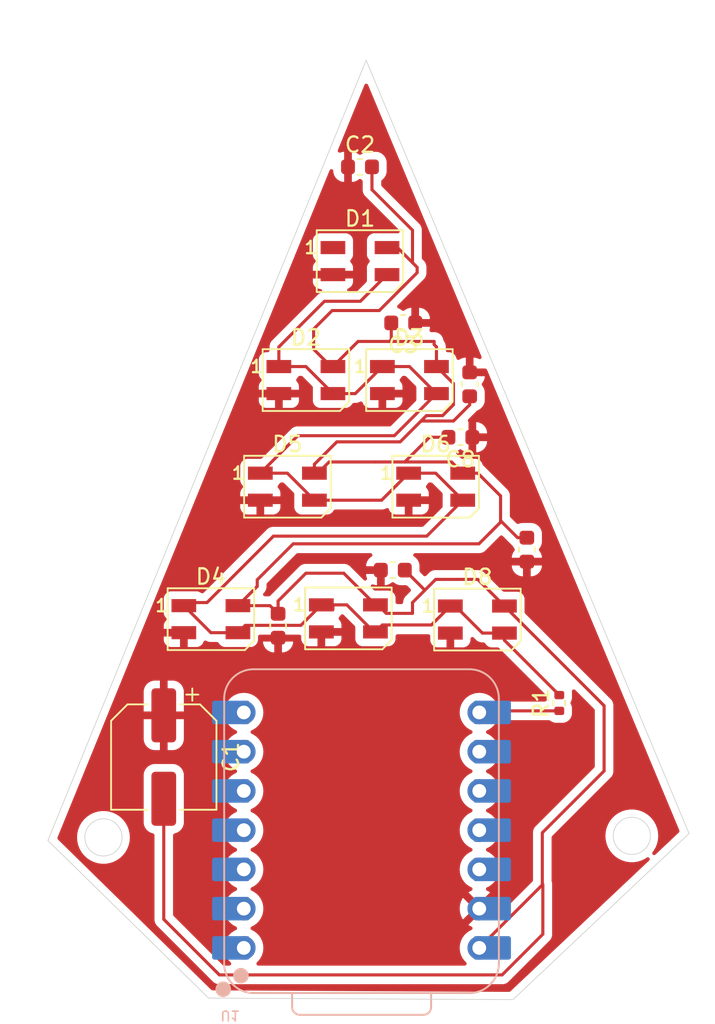
<source format=kicad_pcb>
(kicad_pcb (version 20240108) (generator "pcbnew") (generator_version "8.0")
  (layers (0 "F.Cu" signal) (31 "B.Cu" signal) (34 "B.Paste" user) (35 "F.Paste" user) (36 "B.SilkS" user "B.Silkscreen") (37 "F.SilkS" user "F.Silkscreen") (38 "B.Mask" user) (39 "F.Mask" user) (44 "Edge.Cuts" user))
  (net 0 "")
  (net 12 "RGB")
  (net 13 "+5V")
  (net 14 "GND")
  (net 16 "Net-(D1-DIN)")
  (footprint "LED_SMD:LED_SK6812MINI_PLCC4_3.5x3.5mm_P1.75mm" (layer "F.Cu") (at 140.25 85.475)
    (property "Reference" "D4" (at 0 -2.75 0) (layer "F.SilkS"))
    (property "Value" "SK6812MINI")
    (fp_line (start -2.8 -2) (end -2.8 2) (stroke (width 0.12)) (layer "F.SilkS"))
    (fp_line (start -2.8 -2) (end 2.8 -2) (stroke (width 0.12)) (layer "F.SilkS"))
    (fp_line (start -2.8 2) (end 2.2 2) (stroke (width 0.12)) (layer "F.SilkS"))
    (fp_line (start 2.8 1.4) (end 2.2 2) (stroke (width 0.12)) (layer "F.SilkS"))
    (fp_line (start 2.8 1.4) (end 2.8 -2) (stroke (width 0.12)) (layer "F.SilkS"))
    (fp_text user "1" (at -3.2 -0.875 0) (layer "F.SilkS") (effects (font (size 0.8 0.8))))
    (pad "1" smd rect (at -1.75 -0.875) (size 1.6 0.85) (layers "F.Cu" "F.Paste" "F.Mask") (net 16 "Net-(D1-DIN)"))
    (pad "2" smd rect (at -1.75 0.875) (size 1.6 0.85) (layers "F.Cu" "F.Paste" "F.Mask") (net 14 "GND"))
    (pad "3" smd rect (at 1.75 0.875) (size 1.6 0.85) (layers "F.Cu" "F.Paste" "F.Mask") (net 16 "Net-(D1-DIN)"))
    (pad "4" smd rect (at 1.75 -0.875) (size 1.6 0.85) (layers "F.Cu" "F.Paste" "F.Mask") (net 13 "+5V"))
  )
  (footprint "Resistor_SMD:R_0402_1005Metric" (layer "F.Cu") (at 162.8 90.9 90)
    (property "Reference" "R1" (at 0 -1.17 90) (layer "F.SilkS"))
    (property "Value" "R")
    (fp_line (start -0.153641 -0.38) (end 0.153641 -0.38) (stroke (width 0.12)) (layer "F.SilkS"))
    (fp_line (start -0.153641 0.38) (end 0.153641 0.38) (stroke (width 0.12)) (layer "F.SilkS"))
    (pad "1" smd roundrect (at -0.51 0 90) (size 0.54 0.64) (layers "F.Cu" "F.Paste" "F.Mask") (net 12 "RGB"))
    (pad "2" smd roundrect (at 0.51 0 90) (size 0.54 0.64) (layers "F.Cu" "F.Paste" "F.Mask") (net 16 "Net-(D1-DIN)"))
  )
  (footprint "Capacitor_SMD:C_0603_1608Metric" (layer "F.Cu") (at 156.4 73.7 180)
    (property "Reference" "C8" (at 0 -1.43 0) (layer "F.SilkS"))
    (property "Value" "C")
    (fp_line (start -0.14058 0.51) (end 0.14058 0.51) (stroke (width 0.12)) (layer "F.SilkS"))
    (fp_line (start -0.14058 -0.51) (end 0.14058 -0.51) (stroke (width 0.12)) (layer "F.SilkS"))
    (pad "1" smd roundrect (at -0.775 0 180) (size 0.9 0.95) (layers "F.Cu" "F.Paste" "F.Mask") (net 14 "GND"))
    (pad "2" smd roundrect (at 0.775 0 180) (size 0.9 0.95) (layers "F.Cu" "F.Paste" "F.Mask") (net 13 "+5V"))
  )
  (footprint "Capacitor_SMD:CP_Elec_6.3x7.7" (layer "F.Cu") (at 137.2 94.4 -90)
    (property "Reference" "C1" (at 0 -4.35 90) (layer "F.SilkS"))
    (property "Value" "C")
    (fp_line (start -2.345563 3.41) (end 3.41 3.41) (stroke (width 0.12)) (layer "F.SilkS"))
    (fp_line (start 3.41 3.41) (end 3.41 1.06) (stroke (width 0.12)) (layer "F.SilkS"))
    (fp_line (start -3.41 2.345563) (end -2.345563 3.41) (stroke (width 0.12)) (layer "F.SilkS"))
    (fp_line (start -3.41 2.345563) (end -3.41 1.06) (stroke (width 0.12)) (layer "F.SilkS"))
    (fp_line (start -4.4375 -1.8475) (end -3.65 -1.8475) (stroke (width 0.12)) (layer "F.SilkS"))
    (fp_line (start -4.04375 -2.24125) (end -4.04375 -1.45375) (stroke (width 0.12)) (layer "F.SilkS"))
    (fp_line (start -3.41 -2.345563) (end -3.41 -1.06) (stroke (width 0.12)) (layer "F.SilkS"))
    (fp_line (start -3.41 -2.345563) (end -2.345563 -3.41) (stroke (width 0.12)) (layer "F.SilkS"))
    (fp_line (start -2.345563 -3.41) (end 3.41 -3.41) (stroke (width 0.12)) (layer "F.SilkS"))
    (fp_line (start 3.41 -3.41) (end 3.41 -1.06) (stroke (width 0.12)) (layer "F.SilkS"))
    (pad "1" smd roundrect (at -2.7 0 270) (size 3.5 1.6) (layers "F.Cu" "F.Paste" "F.Mask") (roundrect_rratio 0.15625) (net 14 "GND"))
    (pad "2" smd roundrect (at 2.7 0 270) (size 3.5 1.6) (layers "F.Cu" "F.Paste" "F.Mask") (roundrect_rratio 0.15625) (net 13 "+5V"))
  )
  (footprint "Capacitor_SMD:C_0603_1608Metric" (layer "F.Cu") (at 157 70.275 -90)
    (property "Reference" "C4" (hide yes))
    (property "Value" "C")
    (fp_line (start -0.14058 0.51) (end 0.14058 0.51) (stroke (width 0.12)) (layer "F.SilkS"))
    (fp_line (start -0.14058 -0.51) (end 0.14058 -0.51) (stroke (width 0.12)) (layer "F.SilkS"))
    (pad "1" smd roundrect (at -0.775 0 270) (size 0.9 0.95) (layers "F.Cu" "F.Paste" "F.Mask") (net 14 "GND"))
    (pad "2" smd roundrect (at 0.775 0 270) (size 0.9 0.95) (layers "F.Cu" "F.Paste" "F.Mask") (net 13 "+5V"))
  )
  (footprint "LED_SMD:LED_SK6812MINI_PLCC4_3.5x3.5mm_P1.75mm" (layer "F.Cu") (at 153.1 70)
    (property "Reference" "D3" (at 0 -2.75 0) (layer "F.SilkS"))
    (property "Value" "SK6812MINI")
    (fp_line (start -2.8 -2) (end -2.8 2) (stroke (width 0.12)) (layer "F.SilkS"))
    (fp_line (start -2.8 -2) (end 2.8 -2) (stroke (width 0.12)) (layer "F.SilkS"))
    (fp_line (start -2.8 2) (end 2.2 2) (stroke (width 0.12)) (layer "F.SilkS"))
    (fp_line (start 2.8 1.4) (end 2.2 2) (stroke (width 0.12)) (layer "F.SilkS"))
    (fp_line (start 2.8 1.4) (end 2.8 -2) (stroke (width 0.12)) (layer "F.SilkS"))
    (fp_text user "1" (at -3.2 -0.875 0) (layer "F.SilkS") (effects (font (size 0.8 0.8))))
    (pad "1" smd rect (at -1.75 -0.875) (size 1.6 0.85) (layers "F.Cu" "F.Paste" "F.Mask") (net 16 "Net-(D1-DIN)"))
    (pad "2" smd rect (at -1.75 0.875) (size 1.6 0.85) (layers "F.Cu" "F.Paste" "F.Mask") (net 14 "GND"))
    (pad "3" smd rect (at 1.75 0.875) (size 1.6 0.85) (layers "F.Cu" "F.Paste" "F.Mask") (net 16 "Net-(D1-DIN)"))
    (pad "4" smd rect (at 1.75 -0.875) (size 1.6 0.85) (layers "F.Cu" "F.Paste" "F.Mask") (net 13 "+5V"))
  )
  (footprint "LED_SMD:LED_SK6812MINI_PLCC4_3.5x3.5mm_P1.75mm" (layer "F.Cu") (at 149.9 62.3)
    (property "Reference" "D1" (at 0 -2.75 0) (layer "F.SilkS"))
    (property "Value" "SK6812MINI")
    (fp_line (start -2.8 -2) (end -2.8 2) (stroke (width 0.12)) (layer "F.SilkS"))
    (fp_line (start -2.8 -2) (end 2.8 -2) (stroke (width 0.12)) (layer "F.SilkS"))
    (fp_line (start -2.8 2) (end 2.2 2) (stroke (width 0.12)) (layer "F.SilkS"))
    (fp_line (start 2.8 1.4) (end 2.2 2) (stroke (width 0.12)) (layer "F.SilkS"))
    (fp_line (start 2.8 1.4) (end 2.8 -2) (stroke (width 0.12)) (layer "F.SilkS"))
    (fp_text user "1" (at -3.2 -0.875 0) (layer "F.SilkS") (effects (font (size 0.8 0.8))))
    (pad "1" smd rect (at -1.75 -0.875) (size 1.6 0.85) (layers "F.Cu" "F.Paste" "F.Mask"))
    (pad "2" smd rect (at -1.75 0.875) (size 1.6 0.85) (layers "F.Cu" "F.Paste" "F.Mask") (net 14 "GND"))
    (pad "3" smd rect (at 1.75 0.875) (size 1.6 0.85) (layers "F.Cu" "F.Paste" "F.Mask") (net 16 "Net-(D1-DIN)"))
    (pad "4" smd rect (at 1.75 -0.875) (size 1.6 0.85) (layers "F.Cu" "F.Paste" "F.Mask") (net 13 "+5V"))
  )
  (footprint "LED_SMD:LED_SK6812MINI_PLCC4_3.5x3.5mm_P1.75mm" (layer "F.Cu") (at 157.5 85.5)
    (property "Reference" "D8" (at 0 -2.75 0) (layer "F.SilkS"))
    (property "Value" "SK6812MINI")
    (fp_line (start -2.8 -2) (end -2.8 2) (stroke (width 0.12)) (layer "F.SilkS"))
    (fp_line (start -2.8 -2) (end 2.8 -2) (stroke (width 0.12)) (layer "F.SilkS"))
    (fp_line (start -2.8 2) (end 2.2 2) (stroke (width 0.12)) (layer "F.SilkS"))
    (fp_line (start 2.8 1.4) (end 2.2 2) (stroke (width 0.12)) (layer "F.SilkS"))
    (fp_line (start 2.8 1.4) (end 2.8 -2) (stroke (width 0.12)) (layer "F.SilkS"))
    (fp_text user "1" (at -3.2 -0.875 0) (layer "F.SilkS") (effects (font (size 0.8 0.8))))
    (pad "1" smd rect (at -1.75 -0.875) (size 1.6 0.85) (layers "F.Cu" "F.Paste" "F.Mask") (net 16 "Net-(D1-DIN)"))
    (pad "2" smd rect (at -1.75 0.875) (size 1.6 0.85) (layers "F.Cu" "F.Paste" "F.Mask") (net 14 "GND"))
    (pad "3" smd rect (at 1.75 0.875) (size 1.6 0.85) (layers "F.Cu" "F.Paste" "F.Mask") (net 16 "Net-(D1-DIN)"))
    (pad "4" smd rect (at 1.75 -0.875) (size 1.6 0.85) (layers "F.Cu" "F.Paste" "F.Mask") (net 13 "+5V"))
  )
  (footprint "Capacitor_SMD:C_0603_1608Metric" (layer "F.Cu") (at 152.7 66.3 180)
    (property "Reference" "C3" (at 0 -1.43 0) (layer "F.SilkS"))
    (property "Value" "C")
    (fp_line (start -0.14058 0.51) (end 0.14058 0.51) (stroke (width 0.12)) (layer "F.SilkS"))
    (fp_line (start -0.14058 -0.51) (end 0.14058 -0.51) (stroke (width 0.12)) (layer "F.SilkS"))
    (pad "1" smd roundrect (at -0.775 0 180) (size 0.9 0.95) (layers "F.Cu" "F.Paste" "F.Mask") (net 14 "GND"))
    (pad "2" smd roundrect (at 0.775 0 180) (size 0.9 0.95) (layers "F.Cu" "F.Paste" "F.Mask") (net 13 "+5V"))
  )
  (footprint "Capacitor_SMD:C_0603_1608Metric" (layer "F.Cu") (at 160.7 80.975 90)
    (property "Reference" "C5" (hide yes))
    (property "Value" "C")
    (fp_line (start -0.14058 -0.51) (end 0.14058 -0.51) (stroke (width 0.12)) (layer "F.SilkS"))
    (fp_line (start -0.14058 0.51) (end 0.14058 0.51) (stroke (width 0.12)) (layer "F.SilkS"))
    (pad "1" smd roundrect (at -0.775 0 90) (size 0.9 0.95) (layers "F.Cu" "F.Paste" "F.Mask") (net 14 "GND"))
    (pad "2" smd roundrect (at 0.775 0 90) (size 0.9 0.95) (layers "F.Cu" "F.Paste" "F.Mask") (net 13 "+5V"))
  )
  (footprint "Capacitor_SMD:C_0603_1608Metric" (layer "F.Cu") (at 149.9 56.2)
    (property "Reference" "C2" (at 0 -1.43 0) (layer "F.SilkS"))
    (property "Value" "C")
    (fp_line (start -0.14058 -0.51) (end 0.14058 -0.51) (stroke (width 0.12)) (layer "F.SilkS"))
    (fp_line (start -0.14058 0.51) (end 0.14058 0.51) (stroke (width 0.12)) (layer "F.SilkS"))
    (pad "1" smd roundrect (at -0.775 0) (size 0.9 0.95) (layers "F.Cu" "F.Paste" "F.Mask") (net 14 "GND"))
    (pad "2" smd roundrect (at 0.775 0) (size 0.9 0.95) (layers "F.Cu" "F.Paste" "F.Mask") (net 13 "+5V"))
  )
  (footprint "Capacitor_SMD:C_0603_1608Metric" (layer "F.Cu") (at 152.025 82.3)
    (property "Reference" "C7" (hide yes))
    (property "Value" "C")
    (fp_line (start -0.14058 -0.51) (end 0.14058 -0.51) (stroke (width 0.12)) (layer "F.SilkS"))
    (fp_line (start -0.14058 0.51) (end 0.14058 0.51) (stroke (width 0.12)) (layer "F.SilkS"))
    (pad "1" smd roundrect (at -0.775 0) (size 0.9 0.95) (layers "F.Cu" "F.Paste" "F.Mask") (net 14 "GND"))
    (pad "2" smd roundrect (at 0.775 0) (size 0.9 0.95) (layers "F.Cu" "F.Paste" "F.Mask") (net 13 "+5V"))
  )
  (footprint "LED_SMD:LED_SK6812MINI_PLCC4_3.5x3.5mm_P1.75mm" (layer "F.Cu") (at 154.8 76.9)
    (property "Reference" "D6" (at 0 -2.75 0) (layer "F.SilkS"))
    (property "Value" "SK6812MINI")
    (fp_line (start -2.8 -2) (end -2.8 2) (stroke (width 0.12)) (layer "F.SilkS"))
    (fp_line (start -2.8 -2) (end 2.8 -2) (stroke (width 0.12)) (layer "F.SilkS"))
    (fp_line (start -2.8 2) (end 2.2 2) (stroke (width 0.12)) (layer "F.SilkS"))
    (fp_line (start 2.8 1.4) (end 2.2 2) (stroke (width 0.12)) (layer "F.SilkS"))
    (fp_line (start 2.8 1.4) (end 2.8 -2) (stroke (width 0.12)) (layer "F.SilkS"))
    (fp_text user "1" (at -3.2 -0.875 0) (layer "F.SilkS") (effects (font (size 0.8 0.8))))
    (pad "1" smd rect (at -1.75 -0.875) (size 1.6 0.85) (layers "F.Cu" "F.Paste" "F.Mask") (net 16 "Net-(D1-DIN)"))
    (pad "2" smd rect (at -1.75 0.875) (size 1.6 0.85) (layers "F.Cu" "F.Paste" "F.Mask") (net 14 "GND"))
    (pad "3" smd rect (at 1.75 0.875) (size 1.6 0.85) (layers "F.Cu" "F.Paste" "F.Mask") (net 16 "Net-(D1-DIN)"))
    (pad "4" smd rect (at 1.75 -0.875) (size 1.6 0.85) (layers "F.Cu" "F.Paste" "F.Mask") (net 13 "+5V"))
  )
  (footprint "Capacitor_SMD:C_0603_1608Metric" (layer "F.Cu") (at 144.6 85.9 90)
    (property "Reference" "C6" (hide yes))
    (property "Value" "C")
    (fp_line (start -0.14058 -0.51) (end 0.14058 -0.51) (stroke (width 0.12)) (layer "F.SilkS"))
    (fp_line (start -0.14058 0.51) (end 0.14058 0.51) (stroke (width 0.12)) (layer "F.SilkS"))
    (pad "1" smd roundrect (at -0.775 0 90) (size 0.9 0.95) (layers "F.Cu" "F.Paste" "F.Mask") (net 14 "GND"))
    (pad "2" smd roundrect (at 0.775 0 90) (size 0.9 0.95) (layers "F.Cu" "F.Paste" "F.Mask") (net 13 "+5V"))
  )
  (footprint "LED_SMD:LED_SK6812MINI_PLCC4_3.5x3.5mm_P1.75mm" (layer "F.Cu") (at 145.2 76.9)
    (property "Reference" "D5" (at 0 -2.75 0) (layer "F.SilkS"))
    (property "Value" "SK6812MINI")
    (fp_line (start -2.8 -2) (end -2.8 2) (stroke (width 0.12)) (layer "F.SilkS"))
    (fp_line (start -2.8 -2) (end 2.8 -2) (stroke (width 0.12)) (layer "F.SilkS"))
    (fp_line (start -2.8 2) (end 2.2 2) (stroke (width 0.12)) (layer "F.SilkS"))
    (fp_line (start 2.8 1.4) (end 2.2 2) (stroke (width 0.12)) (layer "F.SilkS"))
    (fp_line (start 2.8 1.4) (end 2.8 -2) (stroke (width 0.12)) (layer "F.SilkS"))
    (fp_text user "1" (at -3.2 -0.875 0) (layer "F.SilkS") (effects (font (size 0.8 0.8))))
    (pad "1" smd rect (at -1.75 -0.875) (size 1.6 0.85) (layers "F.Cu" "F.Paste" "F.Mask") (net 16 "Net-(D1-DIN)"))
    (pad "2" smd rect (at -1.75 0.875) (size 1.6 0.85) (layers "F.Cu" "F.Paste" "F.Mask") (net 14 "GND"))
    (pad "3" smd rect (at 1.75 0.875) (size 1.6 0.85) (layers "F.Cu" "F.Paste" "F.Mask") (net 16 "Net-(D1-DIN)"))
    (pad "4" smd rect (at 1.75 -0.875) (size 1.6 0.85) (layers "F.Cu" "F.Paste" "F.Mask") (net 13 "+5V"))
  )
  (footprint "LED_SMD:LED_SK6812MINI_PLCC4_3.5x3.5mm_P1.75mm" (layer "F.Cu") (at 149.15 85.425)
    (property "Reference" "D7" (hide yes))
    (property "Value" "SK6812MINI")
    (fp_line (start -2.8 -2) (end -2.8 2) (stroke (width 0.12)) (layer "F.SilkS"))
    (fp_line (start -2.8 -2) (end 2.8 -2) (stroke (width 0.12)) (layer "F.SilkS"))
    (fp_line (start -2.8 2) (end 2.2 2) (stroke (width 0.12)) (layer "F.SilkS"))
    (fp_line (start 2.8 1.4) (end 2.2 2) (stroke (width 0.12)) (layer "F.SilkS"))
    (fp_line (start 2.8 1.4) (end 2.8 -2) (stroke (width 0.12)) (layer "F.SilkS"))
    (fp_text user "1" (at -3.2 -0.875 0) (layer "F.SilkS") (effects (font (size 0.8 0.8))))
    (pad "1" smd rect (at -1.75 -0.875) (size 1.6 0.85) (layers "F.Cu" "F.Paste" "F.Mask") (net 16 "Net-(D1-DIN)"))
    (pad "2" smd rect (at -1.75 0.875) (size 1.6 0.85) (layers "F.Cu" "F.Paste" "F.Mask") (net 14 "GND"))
    (pad "3" smd rect (at 1.75 0.875) (size 1.6 0.85) (layers "F.Cu" "F.Paste" "F.Mask") (net 16 "Net-(D1-DIN)"))
    (pad "4" smd rect (at 1.75 -0.875) (size 1.6 0.85) (layers "F.Cu" "F.Paste" "F.Mask") (net 13 "+5V"))
  )
  (footprint "LED_SMD:LED_SK6812MINI_PLCC4_3.5x3.5mm_P1.75mm" (layer "F.Cu") (at 146.4 70)
    (property "Reference" "D2" (at 0 -2.75 0) (layer "F.SilkS"))
    (property "Value" "SK6812MINI")
    (fp_line (start -2.8 -2) (end -2.8 2) (stroke (width 0.12)) (layer "F.SilkS"))
    (fp_line (start -2.8 -2) (end 2.8 -2) (stroke (width 0.12)) (layer "F.SilkS"))
    (fp_line (start -2.8 2) (end 2.2 2) (stroke (width 0.12)) (layer "F.SilkS"))
    (fp_line (start 2.8 1.4) (end 2.2 2) (stroke (width 0.12)) (layer "F.SilkS"))
    (fp_line (start 2.8 1.4) (end 2.8 -2) (stroke (width 0.12)) (layer "F.SilkS"))
    (fp_text user "1" (at -3.2 -0.875 0) (layer "F.SilkS") (effects (font (size 0.8 0.8))))
    (pad "1" smd rect (at -1.75 -0.875) (size 1.6 0.85) (layers "F.Cu" "F.Paste" "F.Mask") (net 16 "Net-(D1-DIN)"))
    (pad "2" smd rect (at -1.75 0.875) (size 1.6 0.85) (layers "F.Cu" "F.Paste" "F.Mask") (net 14 "GND"))
    (pad "3" smd rect (at 1.75 0.875) (size 1.6 0.85) (layers "F.Cu" "F.Paste" "F.Mask") (net 16 "Net-(D1-DIN)"))
    (pad "4" smd rect (at 1.75 -0.875) (size 1.6 0.85) (layers "F.Cu" "F.Paste" "F.Mask") (net 13 "+5V"))
  )
  (footprint "Seeed Studio XIAO Series Library:XIAO-RP2040-DIP" (layer "B.Cu") (at 150 99.1315)
    (property "Reference" "U1" (at -8.5 12 180) (layer "B.SilkS") (effects (font (size 0.635 0.635) (thickness 0.1016)) (justify mirror)))
    (property "Value" "XIAO-RP2040-DIP")
    (fp_line (start -8.89 8.636) (end -8.89 -8.509) (stroke (width 0.127)) (layer "B.SilkS"))
    (fp_line (start -6.985 10.541) (end 6.985 10.541) (stroke (width 0.1)) (layer "B.SilkS"))
    (fp_line (start -6.985 10.541) (end 6.985 10.541) (stroke (width 0.127)) (layer "B.SilkS"))
    (fp_line (start -4.491272 11.451272) (end -4.495 10.541) (stroke (width 0.127)) (layer "B.SilkS"))
    (fp_line (start 4.004 11.951) (end -3.991272 11.951) (stroke (width 0.127)) (layer "B.SilkS"))
    (fp_line (start 4.504 10.541) (end 4.504 11.451) (stroke (width 0.127)) (layer "B.SilkS"))
    (fp_line (start 6.985 -10.414) (end -6.985 -10.414) (stroke (width 0.127)) (layer "B.SilkS"))
    (fp_line (start 8.89 8.636) (end 8.89 -8.509) (stroke (width 0.127)) (layer "B.SilkS"))
    (fp_arc (start -8.89 -8.509) (mid -8.332038 -9.856038) (end -6.985 -10.414) (stroke (width 0.127)) (layer "B.SilkS"))
    (fp_arc (start -6.985 10.541) (mid -8.332038 9.983038) (end -8.89 8.636) (stroke (width 0.127)) (layer "B.SilkS"))
    (fp_arc (start -3.991272 11.951) (mid -4.344724 11.804644) (end -4.491272 11.451272) (stroke (width 0.127)) (layer "B.SilkS"))
    (fp_arc (start 4.504 11.451) (mid 4.357553 11.804553) (end 4.004 11.951) (stroke (width 0.127)) (layer "B.SilkS"))
    (fp_arc (start 6.985 -10.414) (mid 8.332038 -9.856038) (end 8.89 -8.509) (stroke (width 0.127)) (layer "B.SilkS"))
    (fp_arc (start 8.89 8.636) (mid 8.332038 9.983038) (end 6.985 10.541) (stroke (width 0.127)) (layer "B.SilkS"))
    (fp_circle (center -8.95 10.3) (end -8.95 10.554) (stroke (width 0.5)) (fill solid) (layer "B.SilkS"))
    (fp_circle (center -7.807 9.42) (end -7.807 9.674) (stroke (width 0.5)) (fill solid) (layer "B.SilkS"))
    (pad "1" smd roundrect (at -8.455 7.62 180) (size 2.432 1.524) (layers "B.Cu" "B.Mask") (roundrect_rratio 0.1))
    (pad "1" thru_hole circle (at -7.62 7.62 180) (size 1.524 1.524) (drill 0.889) (layers "*.Cu" "*.Mask"))
    (pad "2" smd roundrect (at -8.455 5.08 180) (size 2.432 1.524) (layers "B.Cu" "B.Mask") (roundrect_rratio 0.1))
    (pad "2" thru_hole circle (at -7.62 5.08 180) (size 1.524 1.524) (drill 0.889) (layers "*.Cu" "*.Mask"))
    (pad "3" smd roundrect (at -8.455 2.54 180) (size 2.432 1.524) (layers "B.Cu" "B.Mask") (roundrect_rratio 0.1))
    (pad "3" thru_hole circle (at -7.62 2.54 180) (size 1.524 1.524) (drill 0.889) (layers "*.Cu" "*.Mask"))
    (pad "4" smd roundrect (at -8.455 0 180) (size 2.432 1.524) (layers "B.Cu" "B.Mask") (roundrect_rratio 0.1))
    (pad "4" thru_hole circle (at -7.62 0 180) (size 1.524 1.524) (drill 0.889) (layers "*.Cu" "*.Mask"))
    (pad "5" smd roundrect (at -8.455 -2.54 180) (size 2.432 1.524) (layers "B.Cu" "B.Mask") (roundrect_rratio 0.1))
    (pad "5" thru_hole circle (at -7.62 -2.54 180) (size 1.524 1.524) (drill 0.889) (layers "*.Cu" "*.Mask"))
    (pad "6" smd roundrect (at -8.455 -5.08 180) (size 2.432 1.524) (layers "B.Cu" "B.Mask") (roundrect_rratio 0.1))
    (pad "6" thru_hole circle (at -7.62 -5.08 180) (size 1.524 1.524) (drill 0.889) (layers "*.Cu" "*.Mask"))
    (pad "7" smd roundrect (at -8.455 -7.62 180) (size 2.432 1.524) (layers "B.Cu" "B.Mask") (roundrect_rratio 0.1))
    (pad "7" thru_hole circle (at -7.62 -7.62 180) (size 1.524 1.524) (drill 0.889) (layers "*.Cu" "*.Mask"))
    (pad "8" thru_hole circle (at 7.62 -7.62) (size 1.524 1.524) (drill 0.889) (layers "*.Cu" "*.Mask") (net 12 "RGB"))
    (pad "8" smd roundrect (at 8.455 -7.62) (size 2.432 1.524) (layers "B.Cu" "B.Mask") (roundrect_rratio 0.1) (net 12 "RGB"))
    (pad "9" thru_hole circle (at 7.62 -5.08) (size 1.524 1.524) (drill 0.889) (layers "*.Cu" "*.Mask"))
    (pad "9" smd roundrect (at 8.455 -5.08) (size 2.432 1.524) (layers "B.Cu" "B.Mask") (roundrect_rratio 0.1))
    (pad "10" thru_hole circle (at 7.62 -2.54) (size 1.524 1.524) (drill 0.889) (layers "*.Cu" "*.Mask"))
    (pad "10" smd roundrect (at 8.455 -2.54) (size 2.432 1.524) (layers "B.Cu" "B.Mask") (roundrect_rratio 0.1))
    (pad "11" thru_hole circle (at 7.62 0) (size 1.524 1.524) (drill 0.889) (layers "*.Cu" "*.Mask"))
    (pad "11" smd roundrect (at 8.455 0) (size 2.432 1.524) (layers "B.Cu" "B.Mask") (roundrect_rratio 0.1))
    (pad "12" thru_hole circle (at 7.62 2.54) (size 1.524 1.524) (drill 0.889) (layers "*.Cu" "*.Mask"))
    (pad "12" smd roundrect (at 8.455 2.54) (size 2.432 1.524) (layers "B.Cu" "B.Mask") (roundrect_rratio 0.1))
    (pad "13" thru_hole circle (at 7.62 5.08) (size 1.524 1.524) (drill 0.889) (layers "*.Cu" "*.Mask") (net 14 "GND"))
    (pad "13" smd roundrect (at 8.455 5.08) (size 2.432 1.524) (layers "B.Cu" "B.Mask") (roundrect_rratio 0.1) (net 14 "GND"))
    (pad "14" thru_hole circle (at 7.62 7.62) (size 1.524 1.524) (drill 0.889) (layers "*.Cu" "*.Mask") (net 13 "+5V"))
    (pad "14" smd roundrect (at 8.455 7.62) (size 2.432 1.524) (layers "B.Cu" "B.Mask") (roundrect_rratio 0.1) (net 13 "+5V"))
  )
  (gr_line (start 171.2 99.35) (end 150.3 49.3) (stroke (width 0.05)) (layer "Edge.Cuts"))
  (gr_circle (center 167.495841 99.5) (end 168.295841 100.4) (stroke (width 0.05)) (fill none) (layer "Edge.Cuts"))
  (gr_line (start 150.3 49.3) (end 129.7 99.8) (stroke (width 0.05)) (layer "Edge.Cuts"))
  (gr_circle (center 133.295841 99.6) (end 134.095841 100.5) (stroke (width 0.05)) (fill none) (layer "Edge.Cuts"))
  (gr_line (start 159.8 110.1) (end 171.2 99.35) (stroke (width 0.05)) (layer "Edge.Cuts"))
  (gr_line (start 129.7 99.8) (end 140.1 110) (stroke (width 0.05)) (layer "Edge.Cuts"))
  (gr_line (start 140.1 110) (end 159.8 110.1) (stroke (width 0.05)) (layer "Edge.Cuts"))
  (segment (start 157.7215 91.41) (end 157.62 91.5115) (width 0.2) (layer "F.Cu") (net 12))
  (segment (start 162.8 91.41) (end 157.7215 91.41) (width 0.2) (layer "F.Cu") (net 12))
  (segment (start 146.95 75.45) (end 146.95 76.025) (width 0.2) (layer "F.Cu") (net 13))
  (segment (start 147.9 75.3) (end 150.9 75.3) (width 0.2) (layer "F.Cu") (net 13))
  (segment (start 148.4 74) (end 146.95 75.45) (width 0.2) (layer "F.Cu") (net 13))
  (segment (start 157.6 80.6) (end 145.575 80.6) (width 0.2) (layer "F.Cu") (net 13))
  (segment (start 155.625 73.7) (end 154.4 73.7) (width 0.2) (layer "F.Cu") (net 13))
  (segment (start 144.6 84.3) (end 146.4 82.5) (width 0.2) (layer "F.Cu") (net 13))
  (segment (start 157.525 76.025) (end 158.95 77.45) (width 0.2) (layer "F.Cu") (net 13))
  (segment (start 154.2 72.3) (end 153.85 72.65) (width 0.2) (layer "F.Cu") (net 13))
  (segment (start 158.7 79.5) (end 158.25 79.95) (width 0.2) (layer "F.Cu") (net 13))
  (segment (start 161.7 99.3) (end 161.7 102.6715) (width 0.2) (layer "F.Cu") (net 13))
  (segment (start 159 79.1) (end 159 79.2) (width 0.2) (layer "F.Cu") (net 13))
  (segment (start 152.325 61.425) (end 153.3 62.4) (width 0.2) (layer "F.Cu") (net 13))
  (segment (start 144.075 84.6) (end 144.6 85.125) (width 0.2) (layer "F.Cu") (net 13))
  (segment (start 142 84.6) (end 144.075 84.6) (width 0.2) (layer "F.Cu") (net 13))
  (segment (start 153.6 62.7) (end 153.6 63.05) (width 0.2) (layer "F.Cu") (net 13))
  (segment (start 151.925 67.375) (end 151.8 67.5) (width 0.2) (layer "F.Cu") (net 13))
  (segment (start 153.3 62.4) (end 153.3 60.3) (width 0.2) (layer "F.Cu") (net 13))
  (segment (start 159.55 84.675) (end 159.575 84.675) (width 0.2) (layer "F.Cu") (net 13))
  (segment (start 151.65 61.425) (end 152.325 61.425) (width 0.2) (layer "F.Cu") (net 13))
  (segment (start 143.25 83.35) (end 142 84.6) (width 0.2) (layer "F.Cu") (net 13))
  (segment (start 153.7 75.3) (end 155.825 75.3) (width 0.2) (layer "F.Cu") (net 13))
  (segment (start 152 67.5) (end 154.5 67.5) (width 0.2) (layer "F.Cu") (net 13))
  (segment (start 148.025 69.125) (end 148.15 69.125) (width 0.2) (layer "F.Cu") (net 13))
  (segment (start 151.925 66.3) (end 151.925 67.375) (width 0.2) (layer "F.Cu") (net 13))
  (segment (start 154.5 67.5) (end 154.7 67.5) (width 0.2) (layer "F.Cu") (net 13))
  (segment (start 150.675 57.675) (end 150.675 56.2) (width 0.2) (layer "F.Cu") (net 13))
  (segment (start 160.7 80.2) (end 160.1 80.2) (width 0.2) (layer "F.Cu") (net 13))
  (segment (start 154.1 83.6) (end 154.8 82.9) (width 0.2) (layer "F.Cu") (net 13))
  (segment (start 151.05 84.55) (end 151.6 85.1) (width 0.2) (layer "F.Cu") (net 13))
  (segment (start 160.1 80.2) (end 159 79.1) (width 0.2) (layer "F.Cu") (net 13))
  (segment (start 153.3 60.3) (end 150.675 57.675) (width 0.2) (layer "F.Cu") (net 13))
  (segment (start 155.95 72.65) (end 153.85 72.65) (width 0.2) (layer "F.Cu") (net 13))
  (segment (start 165.7 91.075) (end 165.7 95.3) (width 0.2) (layer "F.Cu") (net 13))
  (segment (start 148.85 82.5) (end 150.9 84.55) (width 0.2) (layer "F.Cu") (net 13))
  (segment (start 159 79.2) (end 158.7 79.5) (width 0.2) (layer "F.Cu") (net 13))
  (segment (start 154.7 67.5) (end 154.7 67.7) (width 0.2) (layer "F.Cu") (net 13))
  (segment (start 161.73575 105.86425) (end 161.73575 102.63575) (width 0.2) (layer "F.Cu") (net 13))
  (segment (start 157 71.05) (end 157 71.6) (width 0.2) (layer "F.Cu") (net 13))
  (segment (start 143.25 82.925) (end 143.25 83.35) (width 0.2) (layer "F.Cu") (net 13))
  (segment (start 157 71.6) (end 155.95 72.65) (width 0.2) (layer "F.Cu") (net 13))
  (segment (start 151.8 67.5) (end 152 67.5) (width 0.2) (layer "F.Cu") (net 13))
  (segment (start 157.525 82.9) (end 159.25 84.625) (width 0.2) (layer "F.Cu") (net 13))
  (segment (start 137.2 104.9) (end 140.8 108.5) (width 0.2) (layer "F.Cu") (net 13))
  (segment (start 148.1 65.5) (end 146.9 66.7) (width 0.2) (layer "F.Cu") (net 13))
  (segment (start 151.15 65.5) (end 148.1 65.5) (width 0.2) (layer "F.Cu") (net 13))
  (segment (start 142.1 84.8) (end 142.225 84.675) (width 0.2) (layer "F.Cu") (net 13))
  (segment (start 149.4875 67.7875) (end 149.775 67.5) (width 0.2) (layer "F.Cu") (net 13))
  (segment (start 153.3 62.4) (end 153.6 62.7) (width 0.2) (layer "F.Cu") (net 13))
  (segment (start 155.95 70.225) (end 155.95 71.6) (width 0.2) (layer "F.Cu") (net 13))
  (segment (start 153.3 84.4) (end 154.1 83.6) (width 0.2) (layer "F.Cu") (net 13))
  (segment (start 147.175 76.025) (end 147.9 75.3) (width 0.2) (layer "F.Cu") (net 13))
  (segment (start 154.8 82.9) (end 157.525 82.9) (width 0.2) (layer "F.Cu") (net 13))
  (segment (start 152.8 82.3) (end 154.1 83.6) (width 0.2) (layer "F.Cu") (net 13))
  (segment (start 141.625 84.8) (end 142.1 84.8) (width 0.2) (layer "F.Cu") (net 13))
  (segment (start 156.55 76.025) (end 157.525 76.025) (width 0.2) (layer "F.Cu") (net 13))
  (segment (start 161.7 102.6715) (end 157.62 106.7515) (width 0.2) (layer "F.Cu") (net 13))
  (segment (start 146.4 82.5) (end 148.85 82.5) (width 0.2) (layer "F.Cu") (net 13))
  (segment (start 137.2 97.7) (end 137.2 97.1) (width 0.2) (layer "F.Cu") (net 13))
  (segment (start 146.9 68) (end 148.025 69.125) (width 0.2) (layer "F.Cu") (net 13))
  (segment (start 159.1 108.5) (end 161.73575 105.86425) (width 0.2) (layer "F.Cu") (net 13))
  (segment (start 165.7 95.3) (end 161.7 99.3) (width 0.2) (layer "F.Cu") (net 13))
  (segment (start 144.6 85.125) (end 144.6 84.3) (width 0.2) (layer "F.Cu") (net 13))
  (segment (start 152.5 74) (end 148.4 74) (width 0.2) (layer "F.Cu") (net 13))
  (segment (start 155.95 71.6) (end 155.25 72.3) (width 0.2) (layer "F.Cu") (net 13))
  (segment (start 148.15 69.125) (end 149.4875 67.7875) (width 0.2) (layer "F.Cu") (net 13))
  (segment (start 145.575 80.6) (end 143.25 82.925) (width 0.2) (layer "F.Cu") (net 13))
  (segment (start 154.7 67.7) (end 154.85 67.85) (width 0.2) (layer "F.Cu") (net 13))
  (segment (start 155.825 75.3) (end 156.55 76.025) (width 0.2) (layer "F.Cu") (net 13))
  (segment (start 152.8 75.3) (end 153.7 75.3) (width 0.2) (layer "F.Cu") (net 13))
  (segment (start 155.25 72.3) (end 154.2 72.3) (width 0.2) (layer "F.Cu") (net 13))
  (segment (start 154.85 67.85) (end 154.85 69.125) (width 0.2) (layer "F.Cu") (net 13))
  (segment (start 159.25 84.625) (end 165.7 91.075) (width 0.2) (layer "F.Cu") (net 13))
  (segment (start 146.9 66.7) (end 146.9 68) (width 0.2) (layer "F.Cu") (net 13))
  (segment (start 153.3 85.1) (end 153.3 84.4) (width 0.2) (layer "F.Cu") (net 13))
  (segment (start 158.95 77.45) (end 159 77.5) (width 0.2) (layer "F.Cu") (net 13))
  (segment (start 154.4 73.7) (end 152.8 75.3) (width 0.2) (layer "F.Cu") (net 13))
  (segment (start 140.8 108.5) (end 159.1 108.5) (width 0.2) (layer "F.Cu") (net 13))
  (segment (start 153.6 63.05) (end 151.15 65.5) (width 0.2) (layer "F.Cu") (net 13))
  (segment (start 150.9 84.55) (end 151.05 84.55) (width 0.2) (layer "F.Cu") (net 13))
  (segment (start 153.85 72.65) (end 152.5 74) (width 0.2) (layer "F.Cu") (net 13))
  (segment (start 151.6 85.1) (end 153.3 85.1) (width 0.2) (layer "F.Cu") (net 13))
  (segment (start 158.7 79.5) (end 157.6 80.6) (width 0.2) (layer "F.Cu") (net 13))
  (segment (start 146.95 76.025) (end 147.175 76.025) (width 0.2) (layer "F.Cu") (net 13))
  (segment (start 137.2 97.1) (end 137.2 104.9) (width 0.2) (layer "F.Cu") (net 13))
  (segment (start 149.775 67.5) (end 151.8 67.5) (width 0.2) (layer "F.Cu") (net 13))
  (segment (start 159 77.5) (end 159 79.1) (width 0.2) (layer "F.Cu") (net 13))
  (segment (start 150.9 75.3) (end 152.8 75.3) (width 0.2) (layer "F.Cu") (net 13))
  (segment (start 154.85 69.125) (end 155.95 70.225) (width 0.2) (layer "F.Cu") (net 13))
  (segment (start 148.15 63.175) (end 148.038273 63.175) (width 0.2) (layer "F.Cu") (net 14))
  (segment (start 155.75 86.375) (end 155.75 102.3415) (width 0.2) (layer "F.Cu") (net 14))
  (segment (start 143.275 77.775) (end 143.45 77.775) (width 0.2) (layer "F.Cu") (net 14))
  (segment (start 155.75 102.3415) (end 157.62 104.2115) (width 0.2) (layer "F.Cu") (net 14))
  (segment (start 153.05 76.025) (end 154.8 76.025) (width 0.2) (layer "F.Cu") (net 16))
  (segment (start 138.5 84.6) (end 138.7 84.4) (width 0.2) (layer "F.Cu") (net 16))
  (segment (start 145.2 76.025) (end 146.95 77.775) (width 0.2) (layer "F.Cu") (net 16))
  (segment (start 144.3 80.1) (end 154.225 80.1) (width 0.2) (layer "F.Cu") (net 16))
  (segment (start 138.7 84.4) (end 140 84.4) (width 0.2) (layer "F.Cu") (net 16))
  (segment (start 140.25 86.35) (end 138.5 84.6) (width 0.2) (layer "F.Cu") (net 16))
  (segment (start 146.075 85.875) (end 142.475 85.875) (width 0.2) (layer "F.Cu") (net 16))
  (segment (start 144.65 69.125) (end 146.4 69.125) (width 0.2) (layer "F.Cu") (net 16))
  (segment (start 155.75 84.625) (end 156.075 84.625) (width 0.2) (layer "F.Cu") (net 16))
  (segment (start 154.85 70.875) (end 152.125 73.6) (width 0.2) (layer "F.Cu") (net 16))
  (segment (start 147.6 64.9) (end 149.925 64.9) (width 0.2) (layer "F.Cu") (net 16))
  (segment (start 151.35 85.85) (end 150.9 86.3) (width 0.2) (layer "F.Cu") (net 16))
  (segment (start 154.225 80.1) (end 156.55 77.775) (width 0.2) (layer "F.Cu") (net 16))
  (segment (start 149.05 84.55) (end 147.4 84.55) (width 0.2) (layer "F.Cu") (net 16))
  (segment (start 151.35 69.125) (end 153.1 69.125) (width 0.2) (layer "F.Cu") (net 16))
  (segment (start 140 84.4) (end 144.3 80.1) (width 0.2) (layer "F.Cu") (net 16))
  (segment (start 150.9 86.3) (end 150.8 86.3) (width 0.2) (layer "F.Cu") (net 16))
  (segment (start 146.95 77.775) (end 151.3 77.775) (width 0.2) (layer "F.Cu") (net 16))
  (segment (start 148.15 70.875) (end 149.6 70.875) (width 0.2) (layer "F.Cu") (net 16))
  (segment (start 143.45 76.025) (end 145.2 76.025) (width 0.2) (layer "F.Cu") (net 16))
  (segment (start 149.925 64.9) (end 151.65 63.175) (width 0.2) (layer "F.Cu") (net 16))
  (segment (start 155.75 84.625) (end 154.525 85.85) (width 0.2) (layer "F.Cu") (net 16))
  (segment (start 144.65 69.125) (end 144.65 67.85) (width 0.2) (layer "F.Cu") (net 16))
  (segment (start 150.8 86.3) (end 149.05 84.55) (width 0.2) (layer "F.Cu") (net 16))
  (segment (start 152.125 73.6) (end 145.875 73.6) (width 0.2) (layer "F.Cu") (net 16))
  (segment (start 154.525 85.85) (end 151.35 85.85) (width 0.2) (layer "F.Cu") (net 16))
  (segment (start 147.4 84.55) (end 146.075 85.875) (width 0.2) (layer "F.Cu") (net 16))
  (segment (start 151.3 77.775) (end 153.05 76.025) (width 0.2) (layer "F.Cu") (net 16))
  (segment (start 148.15 84.85) (end 148.15 84.675) (width 0.2) (layer "F.Cu") (net 16))
  (segment (start 159.25 86.84) (end 162.8 90.39) (width 0.2) (layer "F.Cu") (net 16))
  (segment (start 145.875 73.6) (end 143.45 76.025) (width 0.2) (layer "F.Cu") (net 16))
  (segment (start 146.4 69.125) (end 148.15 70.875) (width 0.2) (layer "F.Cu") (net 16))
  (segment (start 157.825 86.375) (end 159.25 86.375) (width 0.2) (layer "F.Cu") (net 16))
  (segment (start 156.075 84.625) (end 157.825 86.375) (width 0.2) (layer "F.Cu") (net 16))
  (segment (start 159.25 86.375) (end 159.25 86.84) (width 0.2) (layer "F.Cu") (net 16))
  (segment (start 153.1 69.125) (end 154.85 70.875) (width 0.2) (layer "F.Cu") (net 16))
  (segment (start 149.6 70.875) (end 151.35 69.125) (width 0.2) (layer "F.Cu") (net 16))
  (segment (start 154.8 76.025) (end 156.55 77.775) (width 0.2) (layer "F.Cu") (net 16))
  (segment (start 144.65 67.85) (end 147.6 64.9) (width 0.2) (layer "F.Cu") (net 16))
  (segment (start 142 86.35) (end 140.25 86.35) (width 0.2) (layer "F.Cu") (net 16))
  (segment (start 142.475 85.875) (end 142 86.35) (width 0.2) (layer "F.Cu") (net 16))
  (zone (net 14) (net_name "GND") (layer "F.Cu") (connect_pads (clearance 0.5)) (min_thickness 0.25) (fill yes (thermal_gap 0.5) (thermal_bridge_width 0.5))
    (polygon (pts (xy 172.9 99.3) (xy 160.9 111.3) (xy 139.9 111.3) (xy 126.6 99.9) (xy 150.3 45.4)))
  )
)
</source>
